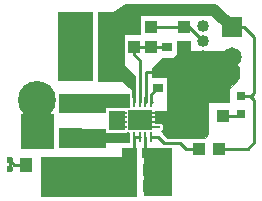
<source format=gtl>
G04 #@! TF.FileFunction,Copper,L1,Top,Signal*
%FSLAX46Y46*%
G04 Gerber Fmt 4.6, Leading zero omitted, Abs format (unit mm)*
G04 Created by KiCad (PCBNEW (2015-05-03 BZR 5637)-product) date 2015 September 09, Wednesday 10:45:35*
%MOMM*%
G01*
G04 APERTURE LIST*
%ADD10C,0.100000*%
%ADD11R,1.651000X1.651000*%
%ADD12C,1.651000*%
%ADD13C,0.600000*%
%ADD14R,1.100000X1.000000*%
%ADD15R,0.700000X0.900000*%
%ADD16R,1.016000X1.143000*%
%ADD17R,1.000000X1.100000*%
%ADD18R,0.280000X0.850000*%
%ADD19R,2.150000X1.700000*%
%ADD20R,0.700000X0.250000*%
%ADD21R,0.797560X0.797560*%
%ADD22R,0.900000X0.700000*%
%ADD23C,1.016000*%
%ADD24R,3.700000X1.500000*%
%ADD25C,3.216000*%
%ADD26C,0.250000*%
%ADD27C,1.000000*%
%ADD28C,0.025400*%
G04 APERTURE END LIST*
D10*
D11*
X143002000Y-100584000D03*
D12*
X143002000Y-103124000D03*
D13*
X138176000Y-108775500D03*
X138176000Y-109474000D03*
X137541000Y-109093000D03*
X137541000Y-108331000D03*
X124206000Y-112649000D03*
X124206000Y-111887000D03*
X137287000Y-113982500D03*
X137287000Y-113093500D03*
X137287000Y-112204500D03*
X137287000Y-111315500D03*
X129540000Y-103505000D03*
X129540000Y-102616000D03*
X129540000Y-101727000D03*
X129540000Y-100838000D03*
X129540000Y-99949000D03*
X132969000Y-108839000D03*
D14*
X134278000Y-114109500D03*
X135978000Y-114109500D03*
X134278000Y-112712500D03*
X135978000Y-112712500D03*
D15*
X134478000Y-111315500D03*
X135778000Y-111315500D03*
X132222000Y-104394000D03*
X130922000Y-104394000D03*
D14*
X132422000Y-102997000D03*
X130722000Y-102997000D03*
X132422000Y-101600000D03*
X130722000Y-101600000D03*
X132422000Y-100203000D03*
X130722000Y-100203000D03*
D16*
X126492000Y-110236000D03*
X127381000Y-112268000D03*
X125603000Y-112268000D03*
D14*
X141947000Y-110934500D03*
X140247000Y-110934500D03*
D17*
X134747000Y-100623000D03*
X134747000Y-102323000D03*
X136144000Y-102323000D03*
X136144000Y-100623000D03*
X138938000Y-100623000D03*
X138938000Y-102323000D03*
X142240000Y-108165000D03*
X142240000Y-106465000D03*
D18*
X134191500Y-109933000D03*
X134691500Y-109933000D03*
X135191500Y-109933000D03*
X135691500Y-109933000D03*
X136191500Y-109933000D03*
X136191500Y-106983000D03*
X135691500Y-106983000D03*
X135191500Y-106983000D03*
X134691500Y-106983000D03*
X134191500Y-106983000D03*
D19*
X135191500Y-108458000D03*
D20*
X133766500Y-107858000D03*
X133766500Y-108258000D03*
X133766500Y-108658000D03*
X133766500Y-109058000D03*
X136616500Y-109058000D03*
X136616500Y-108658000D03*
X136616500Y-108258000D03*
X136616500Y-107858000D03*
D21*
X143764000Y-106438700D03*
X143764000Y-107937300D03*
D22*
X137541000Y-102283500D03*
X137541000Y-103583500D03*
X136715500Y-105742500D03*
X136715500Y-104442500D03*
D23*
X140589000Y-100520500D03*
X140589000Y-103060500D03*
X140589000Y-101790500D03*
D13*
X132969000Y-108077000D03*
X134493000Y-107950000D03*
X135890000Y-107950000D03*
X135191500Y-108458000D03*
X134493000Y-108966000D03*
X135890000Y-108966000D03*
D24*
X130238500Y-110021500D03*
X130238500Y-107021500D03*
D25*
X126520000Y-106800000D03*
X139220000Y-106800000D03*
D26*
X140677000Y-106465000D02*
X142240000Y-106465000D01*
X140342000Y-106800000D02*
X140677000Y-106465000D01*
X139220000Y-106800000D02*
X140342000Y-106800000D01*
X127381000Y-112268000D02*
X133833500Y-112268000D01*
X133833500Y-112268000D02*
X134278000Y-112712500D01*
X134278000Y-112712500D02*
X134278000Y-114109500D01*
X134691500Y-109933000D02*
X134691500Y-111102000D01*
X134691500Y-111102000D02*
X134478000Y-111315500D01*
X135191500Y-109933000D02*
X134691500Y-109933000D01*
X134351000Y-111134500D02*
X134405000Y-111188500D01*
X134278000Y-111515500D02*
X134278000Y-114109500D01*
X134024000Y-112458500D02*
X134278000Y-112712500D01*
X138938000Y-102323000D02*
X138938000Y-102425500D01*
X138938000Y-102425500D02*
X139573000Y-103060500D01*
X139573000Y-103060500D02*
X140589000Y-103060500D01*
X137541000Y-103583500D02*
X138796000Y-103583500D01*
X138938000Y-103441500D02*
X138938000Y-102323000D01*
X138796000Y-103583500D02*
X138938000Y-103441500D01*
X136715500Y-104442500D02*
X136715500Y-104409000D01*
X136715500Y-104409000D02*
X137541000Y-103583500D01*
X125603000Y-112268000D02*
X124587000Y-112268000D01*
X124587000Y-112268000D02*
X124206000Y-111887000D01*
X135978000Y-111515500D02*
X135978000Y-114109500D01*
X135628000Y-111165500D02*
X135978000Y-111515500D01*
X130722000Y-102997000D02*
X130722000Y-100203000D01*
X130922000Y-103197000D02*
X130722000Y-102997000D01*
X130922000Y-104394000D02*
X130922000Y-103197000D01*
X135691500Y-111229000D02*
X135778000Y-111315500D01*
X135691500Y-109933000D02*
X135691500Y-111229000D01*
X124206000Y-111887000D02*
X124206000Y-112649000D01*
X135699500Y-104521000D02*
X135778000Y-104442500D01*
X135778000Y-104442500D02*
X136715500Y-104442500D01*
X135699500Y-106997500D02*
X135699500Y-104521000D01*
X136191500Y-106983000D02*
X136191500Y-106266500D01*
X136191500Y-106266500D02*
X136715500Y-105742500D01*
X136191500Y-106983000D02*
X136237000Y-106983000D01*
X136144000Y-102323000D02*
X137501500Y-102323000D01*
X137501500Y-102323000D02*
X137541000Y-102283500D01*
X137683000Y-102435000D02*
X137795000Y-102323000D01*
X134747000Y-102323000D02*
X136144000Y-102323000D01*
X135191500Y-106983000D02*
X135191500Y-103441500D01*
X134747000Y-102997000D02*
X134747000Y-102323000D01*
X135191500Y-103441500D02*
X134747000Y-102997000D01*
X136383000Y-102435000D02*
X136271000Y-102323000D01*
X132422000Y-100203000D02*
X132715000Y-100203000D01*
D27*
X141478000Y-99187000D02*
X143002000Y-100584000D01*
X132715000Y-100203000D02*
X134112000Y-99187000D01*
X134112000Y-99187000D02*
X141478000Y-99187000D01*
D26*
X132222000Y-103197000D02*
X132422000Y-102997000D01*
X132222000Y-104394000D02*
X132222000Y-103197000D01*
X133350000Y-104394000D02*
X134691500Y-105735500D01*
X134691500Y-105735500D02*
X134691500Y-106983000D01*
X132222000Y-104394000D02*
X133350000Y-104394000D01*
X144018000Y-100584000D02*
X144907000Y-101473000D01*
X144907000Y-101473000D02*
X144907000Y-106172000D01*
X144907000Y-106172000D02*
X144640300Y-106438700D01*
X144640300Y-106438700D02*
X143764000Y-106438700D01*
X143002000Y-100584000D02*
X144018000Y-100584000D01*
X144335500Y-110934500D02*
X144907000Y-110363000D01*
X144907000Y-110363000D02*
X144907000Y-106807000D01*
X144907000Y-106807000D02*
X144538700Y-106438700D01*
X144538700Y-106438700D02*
X143764000Y-106438700D01*
X141947000Y-110934500D02*
X144335500Y-110934500D01*
X132422000Y-101600000D02*
X132422000Y-100203000D01*
X132422000Y-102997000D02*
X132422000Y-101600000D01*
X134747000Y-99822000D02*
X134112000Y-99187000D01*
X134747000Y-100623000D02*
X134747000Y-99822000D01*
X130327000Y-109933000D02*
X130238500Y-110021500D01*
X134191500Y-109933000D02*
X130327000Y-109933000D01*
X130277000Y-106983000D02*
X130238500Y-107021500D01*
X134191500Y-106983000D02*
X130277000Y-106983000D01*
X136730000Y-109933000D02*
X137223500Y-110426500D01*
X137223500Y-110426500D02*
X138620500Y-110426500D01*
X138620500Y-110426500D02*
X139128500Y-110934500D01*
X139128500Y-110934500D02*
X140247000Y-110934500D01*
X136191500Y-109933000D02*
X136730000Y-109933000D01*
X138938000Y-100623000D02*
X139421500Y-100623000D01*
X139421500Y-100623000D02*
X140589000Y-101790500D01*
X136144000Y-100623000D02*
X138938000Y-100623000D01*
X143536300Y-108165000D02*
X143764000Y-107937300D01*
X142240000Y-108165000D02*
X143536300Y-108165000D01*
X126520000Y-110208000D02*
X126492000Y-110236000D01*
X126520000Y-106800000D02*
X126520000Y-110208000D01*
D10*
G36*
X131141000Y-105106000D02*
X128320000Y-105106000D01*
X128320000Y-104648000D01*
X128320000Y-99364000D01*
X131141000Y-99364000D01*
X131141000Y-105106000D01*
X131141000Y-105106000D01*
G37*
X131141000Y-105106000D02*
X128320000Y-105106000D01*
X128320000Y-104648000D01*
X128320000Y-99364000D01*
X131141000Y-99364000D01*
X131141000Y-105106000D01*
G36*
X137872000Y-114821500D02*
X135559000Y-114821500D01*
X135559000Y-110857500D01*
X137872000Y-110857500D01*
X137872000Y-114821500D01*
X137872000Y-114821500D01*
G37*
X137872000Y-114821500D02*
X135559000Y-114821500D01*
X135559000Y-110857500D01*
X137872000Y-110857500D01*
X137872000Y-114821500D01*
G36*
X127839000Y-110821000D02*
X125145000Y-110821000D01*
X125145000Y-108000000D01*
X127839000Y-108000000D01*
X127839000Y-110821000D01*
X127839000Y-110821000D01*
G37*
X127839000Y-110821000D02*
X125145000Y-110821000D01*
X125145000Y-108000000D01*
X127839000Y-108000000D01*
X127839000Y-110821000D01*
D28*
G36*
X134861300Y-114922300D02*
X126885700Y-114922300D01*
X126885700Y-114300000D01*
X126885700Y-111645700D01*
X133609261Y-111645700D01*
X133743700Y-111511261D01*
X133743700Y-110883700D01*
X134861300Y-110883700D01*
X134861300Y-114922300D01*
X134861300Y-114922300D01*
G37*
X134861300Y-114922300D02*
X126885700Y-114922300D01*
X126885700Y-114300000D01*
X126885700Y-111645700D01*
X133609261Y-111645700D01*
X133743700Y-111511261D01*
X133743700Y-110883700D01*
X134861300Y-110883700D01*
X134861300Y-114922300D01*
G36*
X135242300Y-101206300D02*
X133845300Y-101206300D01*
X133845300Y-103827761D01*
X134797800Y-104780261D01*
X134797800Y-106540300D01*
X134569200Y-106540300D01*
X134569200Y-105976239D01*
X133736261Y-105143300D01*
X131711700Y-105143300D01*
X131711700Y-99326700D01*
X135242300Y-99326700D01*
X135242300Y-101206300D01*
X135242300Y-101206300D01*
G37*
X135242300Y-101206300D02*
X133845300Y-101206300D01*
X133845300Y-103827761D01*
X134797800Y-104780261D01*
X134797800Y-106540300D01*
X134569200Y-106540300D01*
X134569200Y-105976239D01*
X133736261Y-105143300D01*
X131711700Y-105143300D01*
X131711700Y-99326700D01*
X135242300Y-99326700D01*
X135242300Y-101206300D01*
G36*
X134289800Y-107365800D02*
X132257800Y-107365800D01*
X132257800Y-107810300D01*
X128409700Y-107810300D01*
X128409700Y-106248200D01*
X134289800Y-106248200D01*
X134289800Y-107365800D01*
X134289800Y-107365800D01*
G37*
X134289800Y-107365800D02*
X132257800Y-107365800D01*
X132257800Y-107810300D01*
X128409700Y-107810300D01*
X128409700Y-106248200D01*
X134289800Y-106248200D01*
X134289800Y-107365800D01*
G36*
X134289800Y-110350300D02*
X132257800Y-110350300D01*
X132257800Y-110731300D01*
X128409700Y-110731300D01*
X128409700Y-109169410D01*
X132257800Y-109232494D01*
X132257800Y-109550200D01*
X134289800Y-109550200D01*
X134289800Y-110350300D01*
X134289800Y-110350300D01*
G37*
X134289800Y-110350300D02*
X132257800Y-110350300D01*
X132257800Y-110731300D01*
X128409700Y-110731300D01*
X128409700Y-109169410D01*
X132257800Y-109232494D01*
X132257800Y-109550200D01*
X134289800Y-109550200D01*
X134289800Y-110350300D01*
G36*
X133899633Y-109270800D02*
X132600700Y-109270800D01*
X132600700Y-109220000D01*
X132600700Y-107708700D01*
X133899633Y-107708700D01*
X133899633Y-109270800D01*
X133899633Y-109270800D01*
G37*
X133899633Y-109270800D02*
X132600700Y-109270800D01*
X132600700Y-109220000D01*
X132600700Y-107708700D01*
X133899633Y-107708700D01*
X133899633Y-109270800D01*
G36*
X143624300Y-104960239D02*
X142929520Y-105655020D01*
X142735300Y-105849239D01*
X142735300Y-106984800D01*
X141020800Y-106984800D01*
X141020800Y-109659239D01*
X140710739Y-109969300D01*
X137546261Y-109969300D01*
X136975149Y-109398188D01*
X137047602Y-109384131D01*
X137118883Y-109337307D01*
X137166598Y-109266620D01*
X137183367Y-109183000D01*
X137183367Y-108933000D01*
X137167631Y-108851898D01*
X137120807Y-108780617D01*
X137050120Y-108732902D01*
X136966500Y-108716133D01*
X136483367Y-108716133D01*
X136483367Y-107708700D01*
X137553700Y-107708700D01*
X137553700Y-104825800D01*
X136283700Y-104825800D01*
X136283700Y-104711500D01*
X136283700Y-104081761D01*
X137101761Y-103263700D01*
X137990761Y-103263700D01*
X138379200Y-102875261D01*
X138379200Y-101803200D01*
X139433300Y-101803200D01*
X139433300Y-102628700D01*
X142298239Y-102628700D01*
X143624300Y-103954761D01*
X143624300Y-104960239D01*
X143624300Y-104960239D01*
G37*
X143624300Y-104960239D02*
X142929520Y-105655020D01*
X142735300Y-105849239D01*
X142735300Y-106984800D01*
X141020800Y-106984800D01*
X141020800Y-109659239D01*
X140710739Y-109969300D01*
X137546261Y-109969300D01*
X136975149Y-109398188D01*
X137047602Y-109384131D01*
X137118883Y-109337307D01*
X137166598Y-109266620D01*
X137183367Y-109183000D01*
X137183367Y-108933000D01*
X137167631Y-108851898D01*
X137120807Y-108780617D01*
X137050120Y-108732902D01*
X136966500Y-108716133D01*
X136483367Y-108716133D01*
X136483367Y-107708700D01*
X137553700Y-107708700D01*
X137553700Y-104825800D01*
X136283700Y-104825800D01*
X136283700Y-104711500D01*
X136283700Y-104081761D01*
X137101761Y-103263700D01*
X137990761Y-103263700D01*
X138379200Y-102875261D01*
X138379200Y-101803200D01*
X139433300Y-101803200D01*
X139433300Y-102628700D01*
X142298239Y-102628700D01*
X143624300Y-103954761D01*
X143624300Y-104960239D01*
M02*

</source>
